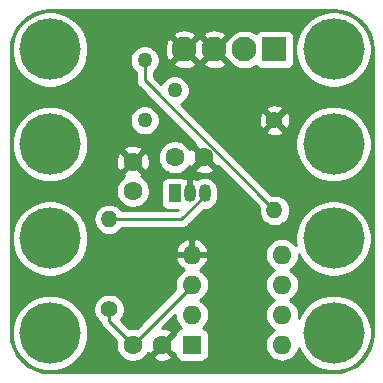
<source format=gbl>
G04 #@! TF.GenerationSoftware,KiCad,Pcbnew,(5.1.4)-1*
G04 #@! TF.CreationDate,2019-11-21T21:08:13-06:00*
G04 #@! TF.ProjectId,SensorBoard,53656e73-6f72-4426-9f61-72642e6b6963,rev?*
G04 #@! TF.SameCoordinates,Original*
G04 #@! TF.FileFunction,Copper,L2,Bot*
G04 #@! TF.FilePolarity,Positive*
%FSLAX46Y46*%
G04 Gerber Fmt 4.6, Leading zero omitted, Abs format (unit mm)*
G04 Created by KiCad (PCBNEW (5.1.4)-1) date 2019-11-21 21:08:13*
%MOMM*%
%LPD*%
G04 APERTURE LIST*
%ADD10R,1.050000X1.500000*%
%ADD11O,1.050000X1.500000*%
%ADD12C,1.600000*%
%ADD13C,5.200000*%
%ADD14O,1.600000X1.600000*%
%ADD15R,1.600000X1.600000*%
%ADD16C,1.260000*%
%ADD17O,1.400000X1.400000*%
%ADD18C,1.400000*%
%ADD19C,2.100000*%
%ADD20R,2.100000X2.100000*%
%ADD21C,0.250000*%
%ADD22C,0.254000*%
G04 APERTURE END LIST*
D10*
X2540000Y-12192000D03*
D11*
X5080000Y-12192000D03*
X3810000Y-12192000D03*
D12*
X5040000Y-9144000D03*
X2540000Y-9144000D03*
D13*
X16000000Y-8000000D03*
X16000000Y-16000000D03*
X16000000Y-24000000D03*
X16000000Y0D03*
X-8000000Y-16000000D03*
X-8000000Y-8000000D03*
X-8000000Y0D03*
X-8000000Y-24000000D03*
D14*
X11620000Y-25000000D03*
X4000000Y-17380000D03*
X11620000Y-22460000D03*
X4000000Y-19920000D03*
X11620000Y-19920000D03*
X4000000Y-22460000D03*
X11620000Y-17380000D03*
D15*
X4000000Y-25000000D03*
D16*
X0Y-6000000D03*
X2540000Y-3460000D03*
X0Y-920000D03*
D17*
X11000000Y-13620000D03*
D18*
X11000000Y-6000000D03*
D17*
X-3000000Y-14380000D03*
D18*
X-3000000Y-22000000D03*
D19*
X3380000Y0D03*
X5920000Y0D03*
X8460000Y0D03*
D20*
X11000000Y0D03*
D12*
X1500000Y-25000000D03*
X-1000000Y-25000000D03*
X-1000000Y-9500000D03*
X-1000000Y-12000000D03*
D21*
X-3000000Y-23000000D02*
X-1000000Y-25000000D01*
X-3000000Y-22000000D02*
X-3000000Y-23000000D01*
X4000000Y-20000000D02*
X4000000Y-19920000D01*
X-1000000Y-25000000D02*
X4000000Y-20000000D01*
X5080000Y-12417000D02*
X5080000Y-12192000D01*
X3117000Y-14380000D02*
X5080000Y-12417000D01*
X-3000000Y-14380000D02*
X3117000Y-14380000D01*
X0Y-2620000D02*
X0Y-920000D01*
X11000000Y-13620000D02*
X0Y-2620000D01*
D22*
G36*
X16648126Y3273286D02*
G01*
X17271572Y3085057D01*
X17846579Y2779319D01*
X18351247Y2367721D01*
X18766362Y1865933D01*
X19076105Y1293076D01*
X19268682Y670961D01*
X19340000Y-7584D01*
X19340001Y-23967711D01*
X19273286Y-24648126D01*
X19085057Y-25271570D01*
X18779323Y-25846573D01*
X18367721Y-26351248D01*
X17865933Y-26766362D01*
X17293077Y-27076104D01*
X16670961Y-27268682D01*
X15992417Y-27340000D01*
X-7967721Y-27340000D01*
X-8648126Y-27273286D01*
X-9271570Y-27085057D01*
X-9846573Y-26779323D01*
X-10351248Y-26367721D01*
X-10766362Y-25865933D01*
X-11076104Y-25293077D01*
X-11268682Y-24670961D01*
X-11340000Y-23992417D01*
X-11340000Y-23681380D01*
X-11235000Y-23681380D01*
X-11235000Y-24318620D01*
X-11110681Y-24943615D01*
X-10866820Y-25532347D01*
X-10512789Y-26062192D01*
X-10062192Y-26512789D01*
X-9532347Y-26866820D01*
X-8943615Y-27110681D01*
X-8318620Y-27235000D01*
X-7681380Y-27235000D01*
X-7056385Y-27110681D01*
X-6467653Y-26866820D01*
X-5937808Y-26512789D01*
X-5487211Y-26062192D01*
X-5133180Y-25532347D01*
X-4889319Y-24943615D01*
X-4765000Y-24318620D01*
X-4765000Y-23681380D01*
X-4889319Y-23056385D01*
X-5133180Y-22467653D01*
X-5487211Y-21937808D01*
X-5556505Y-21868514D01*
X-4335000Y-21868514D01*
X-4335000Y-22131486D01*
X-4283696Y-22389405D01*
X-4183061Y-22632359D01*
X-4036962Y-22851013D01*
X-3851013Y-23036962D01*
X-3753626Y-23102033D01*
X-3749002Y-23148985D01*
X-3705546Y-23292246D01*
X-3634974Y-23424276D01*
X-3579836Y-23491461D01*
X-3540000Y-23540001D01*
X-3511002Y-23563799D01*
X-2398688Y-24676114D01*
X-2435000Y-24858665D01*
X-2435000Y-25141335D01*
X-2379853Y-25418574D01*
X-2271680Y-25679727D01*
X-2114637Y-25914759D01*
X-1914759Y-26114637D01*
X-1679727Y-26271680D01*
X-1418574Y-26379853D01*
X-1141335Y-26435000D01*
X-858665Y-26435000D01*
X-581426Y-26379853D01*
X-320273Y-26271680D01*
X-85241Y-26114637D01*
X36694Y-25992702D01*
X686903Y-25992702D01*
X758486Y-26236671D01*
X1013996Y-26357571D01*
X1288184Y-26426300D01*
X1570512Y-26440217D01*
X1850130Y-26398787D01*
X2116292Y-26303603D01*
X2241514Y-26236671D01*
X2313097Y-25992702D01*
X1500000Y-25179605D01*
X686903Y-25992702D01*
X36694Y-25992702D01*
X114637Y-25914759D01*
X248692Y-25714131D01*
X263329Y-25741514D01*
X507298Y-25813097D01*
X1320395Y-25000000D01*
X1306253Y-24985858D01*
X1485858Y-24806253D01*
X1500000Y-24820395D01*
X2313097Y-24007298D01*
X2241514Y-23763329D01*
X1986004Y-23642429D01*
X1711816Y-23573700D01*
X1511000Y-23563801D01*
X2563145Y-22511657D01*
X2585764Y-22741309D01*
X2667818Y-23011808D01*
X2801068Y-23261101D01*
X2980392Y-23479608D01*
X3093482Y-23572419D01*
X3075518Y-23574188D01*
X2955820Y-23610498D01*
X2845506Y-23669463D01*
X2748815Y-23748815D01*
X2669463Y-23845506D01*
X2610498Y-23955820D01*
X2574188Y-24075518D01*
X2561928Y-24200000D01*
X2561928Y-24207215D01*
X2492702Y-24186903D01*
X1679605Y-25000000D01*
X2492702Y-25813097D01*
X2561928Y-25792785D01*
X2561928Y-25800000D01*
X2574188Y-25924482D01*
X2610498Y-26044180D01*
X2669463Y-26154494D01*
X2748815Y-26251185D01*
X2845506Y-26330537D01*
X2955820Y-26389502D01*
X3075518Y-26425812D01*
X3200000Y-26438072D01*
X4800000Y-26438072D01*
X4924482Y-26425812D01*
X5044180Y-26389502D01*
X5154494Y-26330537D01*
X5251185Y-26251185D01*
X5330537Y-26154494D01*
X5389502Y-26044180D01*
X5425812Y-25924482D01*
X5438072Y-25800000D01*
X5438072Y-24200000D01*
X5425812Y-24075518D01*
X5389502Y-23955820D01*
X5330537Y-23845506D01*
X5251185Y-23748815D01*
X5154494Y-23669463D01*
X5044180Y-23610498D01*
X4924482Y-23574188D01*
X4906518Y-23572419D01*
X5019608Y-23479608D01*
X5198932Y-23261101D01*
X5332182Y-23011808D01*
X5414236Y-22741309D01*
X5441943Y-22460000D01*
X5414236Y-22178691D01*
X5332182Y-21908192D01*
X5198932Y-21658899D01*
X5019608Y-21440392D01*
X4801101Y-21261068D01*
X4668142Y-21190000D01*
X4801101Y-21118932D01*
X5019608Y-20939608D01*
X5198932Y-20721101D01*
X5332182Y-20471808D01*
X5414236Y-20201309D01*
X5441943Y-19920000D01*
X5414236Y-19638691D01*
X5332182Y-19368192D01*
X5198932Y-19118899D01*
X5019608Y-18900392D01*
X4801101Y-18721068D01*
X4663318Y-18647421D01*
X4855131Y-18532385D01*
X5063519Y-18343414D01*
X5231037Y-18117420D01*
X5351246Y-17863087D01*
X5391904Y-17729039D01*
X5269915Y-17507000D01*
X4127000Y-17507000D01*
X4127000Y-17527000D01*
X3873000Y-17527000D01*
X3873000Y-17507000D01*
X2730085Y-17507000D01*
X2608096Y-17729039D01*
X2648754Y-17863087D01*
X2768963Y-18117420D01*
X2936481Y-18343414D01*
X3144869Y-18532385D01*
X3336682Y-18647421D01*
X3198899Y-18721068D01*
X2980392Y-18900392D01*
X2801068Y-19118899D01*
X2667818Y-19368192D01*
X2585764Y-19638691D01*
X2558057Y-19920000D01*
X2585764Y-20201309D01*
X2617912Y-20307287D01*
X-676113Y-23601312D01*
X-858665Y-23565000D01*
X-1141335Y-23565000D01*
X-1323886Y-23601312D01*
X-2018612Y-22906587D01*
X-1963038Y-22851013D01*
X-1816939Y-22632359D01*
X-1716304Y-22389405D01*
X-1665000Y-22131486D01*
X-1665000Y-21868514D01*
X-1716304Y-21610595D01*
X-1816939Y-21367641D01*
X-1963038Y-21148987D01*
X-2148987Y-20963038D01*
X-2367641Y-20816939D01*
X-2610595Y-20716304D01*
X-2868514Y-20665000D01*
X-3131486Y-20665000D01*
X-3389405Y-20716304D01*
X-3632359Y-20816939D01*
X-3851013Y-20963038D01*
X-4036962Y-21148987D01*
X-4183061Y-21367641D01*
X-4283696Y-21610595D01*
X-4335000Y-21868514D01*
X-5556505Y-21868514D01*
X-5937808Y-21487211D01*
X-6467653Y-21133180D01*
X-7056385Y-20889319D01*
X-7681380Y-20765000D01*
X-8318620Y-20765000D01*
X-8943615Y-20889319D01*
X-9532347Y-21133180D01*
X-10062192Y-21487211D01*
X-10512789Y-21937808D01*
X-10866820Y-22467653D01*
X-11110681Y-23056385D01*
X-11235000Y-23681380D01*
X-11340000Y-23681380D01*
X-11340000Y-15681380D01*
X-11235000Y-15681380D01*
X-11235000Y-16318620D01*
X-11110681Y-16943615D01*
X-10866820Y-17532347D01*
X-10512789Y-18062192D01*
X-10062192Y-18512789D01*
X-9532347Y-18866820D01*
X-8943615Y-19110681D01*
X-8318620Y-19235000D01*
X-7681380Y-19235000D01*
X-7056385Y-19110681D01*
X-6467653Y-18866820D01*
X-5937808Y-18512789D01*
X-5487211Y-18062192D01*
X-5133180Y-17532347D01*
X-5070076Y-17380000D01*
X10178057Y-17380000D01*
X10205764Y-17661309D01*
X10287818Y-17931808D01*
X10421068Y-18181101D01*
X10600392Y-18399608D01*
X10818899Y-18578932D01*
X10951858Y-18650000D01*
X10818899Y-18721068D01*
X10600392Y-18900392D01*
X10421068Y-19118899D01*
X10287818Y-19368192D01*
X10205764Y-19638691D01*
X10178057Y-19920000D01*
X10205764Y-20201309D01*
X10287818Y-20471808D01*
X10421068Y-20721101D01*
X10600392Y-20939608D01*
X10818899Y-21118932D01*
X10951858Y-21190000D01*
X10818899Y-21261068D01*
X10600392Y-21440392D01*
X10421068Y-21658899D01*
X10287818Y-21908192D01*
X10205764Y-22178691D01*
X10178057Y-22460000D01*
X10205764Y-22741309D01*
X10287818Y-23011808D01*
X10421068Y-23261101D01*
X10600392Y-23479608D01*
X10818899Y-23658932D01*
X10951858Y-23730000D01*
X10818899Y-23801068D01*
X10600392Y-23980392D01*
X10421068Y-24198899D01*
X10287818Y-24448192D01*
X10205764Y-24718691D01*
X10178057Y-25000000D01*
X10205764Y-25281309D01*
X10287818Y-25551808D01*
X10421068Y-25801101D01*
X10600392Y-26019608D01*
X10818899Y-26198932D01*
X11068192Y-26332182D01*
X11338691Y-26414236D01*
X11549508Y-26435000D01*
X11690492Y-26435000D01*
X11901309Y-26414236D01*
X12171808Y-26332182D01*
X12421101Y-26198932D01*
X12639608Y-26019608D01*
X12818932Y-25801101D01*
X12952182Y-25551808D01*
X13032106Y-25288332D01*
X13133180Y-25532347D01*
X13487211Y-26062192D01*
X13937808Y-26512789D01*
X14467653Y-26866820D01*
X15056385Y-27110681D01*
X15681380Y-27235000D01*
X16318620Y-27235000D01*
X16943615Y-27110681D01*
X17532347Y-26866820D01*
X18062192Y-26512789D01*
X18512789Y-26062192D01*
X18866820Y-25532347D01*
X19110681Y-24943615D01*
X19235000Y-24318620D01*
X19235000Y-23681380D01*
X19110681Y-23056385D01*
X18866820Y-22467653D01*
X18512789Y-21937808D01*
X18062192Y-21487211D01*
X17532347Y-21133180D01*
X16943615Y-20889319D01*
X16318620Y-20765000D01*
X15681380Y-20765000D01*
X15056385Y-20889319D01*
X14467653Y-21133180D01*
X13937808Y-21487211D01*
X13487211Y-21937808D01*
X13133180Y-22467653D01*
X13038731Y-22695673D01*
X13061943Y-22460000D01*
X13034236Y-22178691D01*
X12952182Y-21908192D01*
X12818932Y-21658899D01*
X12639608Y-21440392D01*
X12421101Y-21261068D01*
X12288142Y-21190000D01*
X12421101Y-21118932D01*
X12639608Y-20939608D01*
X12818932Y-20721101D01*
X12952182Y-20471808D01*
X13034236Y-20201309D01*
X13061943Y-19920000D01*
X13034236Y-19638691D01*
X12952182Y-19368192D01*
X12818932Y-19118899D01*
X12639608Y-18900392D01*
X12421101Y-18721068D01*
X12288142Y-18650000D01*
X12421101Y-18578932D01*
X12639608Y-18399608D01*
X12818932Y-18181101D01*
X12952182Y-17931808D01*
X13034236Y-17661309D01*
X13061943Y-17380000D01*
X13059406Y-17354241D01*
X13133180Y-17532347D01*
X13487211Y-18062192D01*
X13937808Y-18512789D01*
X14467653Y-18866820D01*
X15056385Y-19110681D01*
X15681380Y-19235000D01*
X16318620Y-19235000D01*
X16943615Y-19110681D01*
X17532347Y-18866820D01*
X18062192Y-18512789D01*
X18512789Y-18062192D01*
X18866820Y-17532347D01*
X19110681Y-16943615D01*
X19235000Y-16318620D01*
X19235000Y-15681380D01*
X19110681Y-15056385D01*
X18866820Y-14467653D01*
X18512789Y-13937808D01*
X18062192Y-13487211D01*
X17532347Y-13133180D01*
X16943615Y-12889319D01*
X16318620Y-12765000D01*
X15681380Y-12765000D01*
X15056385Y-12889319D01*
X14467653Y-13133180D01*
X13937808Y-13487211D01*
X13487211Y-13937808D01*
X13133180Y-14467653D01*
X12889319Y-15056385D01*
X12765000Y-15681380D01*
X12765000Y-16318620D01*
X12816082Y-16575426D01*
X12639608Y-16360392D01*
X12421101Y-16181068D01*
X12171808Y-16047818D01*
X11901309Y-15965764D01*
X11690492Y-15945000D01*
X11549508Y-15945000D01*
X11338691Y-15965764D01*
X11068192Y-16047818D01*
X10818899Y-16181068D01*
X10600392Y-16360392D01*
X10421068Y-16578899D01*
X10287818Y-16828192D01*
X10205764Y-17098691D01*
X10178057Y-17380000D01*
X-5070076Y-17380000D01*
X-4925499Y-17030961D01*
X2608096Y-17030961D01*
X2730085Y-17253000D01*
X3873000Y-17253000D01*
X3873000Y-16109376D01*
X4127000Y-16109376D01*
X4127000Y-17253000D01*
X5269915Y-17253000D01*
X5391904Y-17030961D01*
X5351246Y-16896913D01*
X5231037Y-16642580D01*
X5063519Y-16416586D01*
X4855131Y-16227615D01*
X4613881Y-16082930D01*
X4349040Y-15988091D01*
X4127000Y-16109376D01*
X3873000Y-16109376D01*
X3650960Y-15988091D01*
X3386119Y-16082930D01*
X3144869Y-16227615D01*
X2936481Y-16416586D01*
X2768963Y-16642580D01*
X2648754Y-16896913D01*
X2608096Y-17030961D01*
X-4925499Y-17030961D01*
X-4889319Y-16943615D01*
X-4765000Y-16318620D01*
X-4765000Y-15681380D01*
X-4889319Y-15056385D01*
X-5133180Y-14467653D01*
X-5191747Y-14380000D01*
X-4341459Y-14380000D01*
X-4315683Y-14641706D01*
X-4239347Y-14893354D01*
X-4115382Y-15125275D01*
X-3948555Y-15328555D01*
X-3745275Y-15495382D01*
X-3513354Y-15619347D01*
X-3261706Y-15695683D01*
X-3065579Y-15715000D01*
X-2934421Y-15715000D01*
X-2738294Y-15695683D01*
X-2486646Y-15619347D01*
X-2254725Y-15495382D01*
X-2051445Y-15328555D01*
X-1896702Y-15140000D01*
X3079678Y-15140000D01*
X3117000Y-15143676D01*
X3154322Y-15140000D01*
X3154333Y-15140000D01*
X3265986Y-15129003D01*
X3409247Y-15085546D01*
X3541276Y-15014974D01*
X3657001Y-14920001D01*
X3680804Y-14890997D01*
X4997332Y-13574470D01*
X5080000Y-13582612D01*
X5307400Y-13560215D01*
X5526060Y-13493885D01*
X5727579Y-13386171D01*
X5904212Y-13241212D01*
X6049171Y-13064579D01*
X6156885Y-12863059D01*
X6223215Y-12644399D01*
X6240000Y-12473978D01*
X6240000Y-11910021D01*
X6223215Y-11739600D01*
X6156885Y-11520940D01*
X6049171Y-11319421D01*
X5904212Y-11142788D01*
X5727578Y-10997829D01*
X5526059Y-10890115D01*
X5307399Y-10823785D01*
X5080000Y-10801388D01*
X4852600Y-10823785D01*
X4633940Y-10890115D01*
X4445331Y-10990929D01*
X4386882Y-10949725D01*
X4177337Y-10856728D01*
X4115810Y-10848036D01*
X3937000Y-10973837D01*
X3937000Y-11738892D01*
X3936785Y-11739601D01*
X3920000Y-11910022D01*
X3920000Y-12339000D01*
X3703072Y-12339000D01*
X3703072Y-11442000D01*
X3690812Y-11317518D01*
X3683000Y-11291765D01*
X3683000Y-10973837D01*
X3504190Y-10848036D01*
X3442663Y-10856728D01*
X3374057Y-10887176D01*
X3309180Y-10852498D01*
X3189482Y-10816188D01*
X3065000Y-10803928D01*
X2015000Y-10803928D01*
X1890518Y-10816188D01*
X1770820Y-10852498D01*
X1660506Y-10911463D01*
X1563815Y-10990815D01*
X1484463Y-11087506D01*
X1425498Y-11197820D01*
X1389188Y-11317518D01*
X1376928Y-11442000D01*
X1376928Y-12942000D01*
X1389188Y-13066482D01*
X1425498Y-13186180D01*
X1484463Y-13296494D01*
X1563815Y-13393185D01*
X1660506Y-13472537D01*
X1770820Y-13531502D01*
X1890518Y-13567812D01*
X2015000Y-13580072D01*
X2842127Y-13580072D01*
X2802199Y-13620000D01*
X-1896702Y-13620000D01*
X-2051445Y-13431445D01*
X-2254725Y-13264618D01*
X-2486646Y-13140653D01*
X-2738294Y-13064317D01*
X-2934421Y-13045000D01*
X-3065579Y-13045000D01*
X-3261706Y-13064317D01*
X-3513354Y-13140653D01*
X-3745275Y-13264618D01*
X-3948555Y-13431445D01*
X-4115382Y-13634725D01*
X-4239347Y-13866646D01*
X-4315683Y-14118294D01*
X-4341459Y-14380000D01*
X-5191747Y-14380000D01*
X-5487211Y-13937808D01*
X-5937808Y-13487211D01*
X-6467653Y-13133180D01*
X-7056385Y-12889319D01*
X-7681380Y-12765000D01*
X-8318620Y-12765000D01*
X-8943615Y-12889319D01*
X-9532347Y-13133180D01*
X-10062192Y-13487211D01*
X-10512789Y-13937808D01*
X-10866820Y-14467653D01*
X-11110681Y-15056385D01*
X-11235000Y-15681380D01*
X-11340000Y-15681380D01*
X-11340000Y-11858665D01*
X-2435000Y-11858665D01*
X-2435000Y-12141335D01*
X-2379853Y-12418574D01*
X-2271680Y-12679727D01*
X-2114637Y-12914759D01*
X-1914759Y-13114637D01*
X-1679727Y-13271680D01*
X-1418574Y-13379853D01*
X-1141335Y-13435000D01*
X-858665Y-13435000D01*
X-581426Y-13379853D01*
X-320273Y-13271680D01*
X-85241Y-13114637D01*
X114637Y-12914759D01*
X271680Y-12679727D01*
X379853Y-12418574D01*
X435000Y-12141335D01*
X435000Y-11858665D01*
X379853Y-11581426D01*
X271680Y-11320273D01*
X114637Y-11085241D01*
X-85241Y-10885363D01*
X-285869Y-10751308D01*
X-258486Y-10736671D01*
X-186903Y-10492702D01*
X-1000000Y-9679605D01*
X-1813097Y-10492702D01*
X-1741514Y-10736671D01*
X-1712659Y-10750324D01*
X-1914759Y-10885363D01*
X-2114637Y-11085241D01*
X-2271680Y-11320273D01*
X-2379853Y-11581426D01*
X-2435000Y-11858665D01*
X-11340000Y-11858665D01*
X-11340000Y-7681380D01*
X-11235000Y-7681380D01*
X-11235000Y-8318620D01*
X-11110681Y-8943615D01*
X-10866820Y-9532347D01*
X-10512789Y-10062192D01*
X-10062192Y-10512789D01*
X-9532347Y-10866820D01*
X-8943615Y-11110681D01*
X-8318620Y-11235000D01*
X-7681380Y-11235000D01*
X-7056385Y-11110681D01*
X-6467653Y-10866820D01*
X-5937808Y-10512789D01*
X-5487211Y-10062192D01*
X-5158682Y-9570512D01*
X-2440217Y-9570512D01*
X-2398787Y-9850130D01*
X-2303603Y-10116292D01*
X-2236671Y-10241514D01*
X-1992702Y-10313097D01*
X-1179605Y-9500000D01*
X-820395Y-9500000D01*
X-7298Y-10313097D01*
X236671Y-10241514D01*
X357571Y-9986004D01*
X426300Y-9711816D01*
X440217Y-9429488D01*
X398787Y-9149870D01*
X346145Y-9002665D01*
X1105000Y-9002665D01*
X1105000Y-9285335D01*
X1160147Y-9562574D01*
X1268320Y-9823727D01*
X1425363Y-10058759D01*
X1625241Y-10258637D01*
X1860273Y-10415680D01*
X2121426Y-10523853D01*
X2398665Y-10579000D01*
X2681335Y-10579000D01*
X2958574Y-10523853D01*
X3219727Y-10415680D01*
X3454759Y-10258637D01*
X3576694Y-10136702D01*
X4226903Y-10136702D01*
X4298486Y-10380671D01*
X4553996Y-10501571D01*
X4828184Y-10570300D01*
X5110512Y-10584217D01*
X5390130Y-10542787D01*
X5656292Y-10447603D01*
X5781514Y-10380671D01*
X5853097Y-10136702D01*
X5040000Y-9323605D01*
X4226903Y-10136702D01*
X3576694Y-10136702D01*
X3654637Y-10058759D01*
X3788692Y-9858131D01*
X3803329Y-9885514D01*
X4047298Y-9957097D01*
X4860395Y-9144000D01*
X4047298Y-8330903D01*
X3803329Y-8402486D01*
X3789676Y-8431341D01*
X3654637Y-8229241D01*
X3454759Y-8029363D01*
X3219727Y-7872320D01*
X2958574Y-7764147D01*
X2681335Y-7709000D01*
X2398665Y-7709000D01*
X2121426Y-7764147D01*
X1860273Y-7872320D01*
X1625241Y-8029363D01*
X1425363Y-8229241D01*
X1268320Y-8464273D01*
X1160147Y-8725426D01*
X1105000Y-9002665D01*
X346145Y-9002665D01*
X303603Y-8883708D01*
X236671Y-8758486D01*
X-7298Y-8686903D01*
X-820395Y-9500000D01*
X-1179605Y-9500000D01*
X-1992702Y-8686903D01*
X-2236671Y-8758486D01*
X-2357571Y-9013996D01*
X-2426300Y-9288184D01*
X-2440217Y-9570512D01*
X-5158682Y-9570512D01*
X-5133180Y-9532347D01*
X-4889319Y-8943615D01*
X-4802531Y-8507298D01*
X-1813097Y-8507298D01*
X-1000000Y-9320395D01*
X-186903Y-8507298D01*
X-258486Y-8263329D01*
X-513996Y-8142429D01*
X-788184Y-8073700D01*
X-1070512Y-8059783D01*
X-1350130Y-8101213D01*
X-1616292Y-8196397D01*
X-1741514Y-8263329D01*
X-1813097Y-8507298D01*
X-4802531Y-8507298D01*
X-4765000Y-8318620D01*
X-4765000Y-7681380D01*
X-4889319Y-7056385D01*
X-5133180Y-6467653D01*
X-5487211Y-5937808D01*
X-5549611Y-5875408D01*
X-1265000Y-5875408D01*
X-1265000Y-6124592D01*
X-1216387Y-6368987D01*
X-1121029Y-6599202D01*
X-982590Y-6806391D01*
X-806391Y-6982590D01*
X-599202Y-7121029D01*
X-368987Y-7216387D01*
X-124592Y-7265000D01*
X124592Y-7265000D01*
X368987Y-7216387D01*
X599202Y-7121029D01*
X806391Y-6982590D01*
X982590Y-6806391D01*
X1121029Y-6599202D01*
X1216387Y-6368987D01*
X1265000Y-6124592D01*
X1265000Y-5875408D01*
X1216387Y-5631013D01*
X1121029Y-5400798D01*
X982590Y-5193609D01*
X806391Y-5017410D01*
X599202Y-4878971D01*
X368987Y-4783613D01*
X124592Y-4735000D01*
X-124592Y-4735000D01*
X-368987Y-4783613D01*
X-599202Y-4878971D01*
X-806391Y-5017410D01*
X-982590Y-5193609D01*
X-1121029Y-5400798D01*
X-1216387Y-5631013D01*
X-1265000Y-5875408D01*
X-5549611Y-5875408D01*
X-5937808Y-5487211D01*
X-6467653Y-5133180D01*
X-7056385Y-4889319D01*
X-7681380Y-4765000D01*
X-8318620Y-4765000D01*
X-8943615Y-4889319D01*
X-9532347Y-5133180D01*
X-10062192Y-5487211D01*
X-10512789Y-5937808D01*
X-10866820Y-6467653D01*
X-11110681Y-7056385D01*
X-11235000Y-7681380D01*
X-11340000Y-7681380D01*
X-11340000Y-32278D01*
X-11305595Y318620D01*
X-11235000Y318620D01*
X-11235000Y-318620D01*
X-11110681Y-943615D01*
X-10866820Y-1532347D01*
X-10512789Y-2062192D01*
X-10062192Y-2512789D01*
X-9532347Y-2866820D01*
X-8943615Y-3110681D01*
X-8318620Y-3235000D01*
X-7681380Y-3235000D01*
X-7056385Y-3110681D01*
X-6467653Y-2866820D01*
X-5937808Y-2512789D01*
X-5487211Y-2062192D01*
X-5133180Y-1532347D01*
X-4889319Y-943615D01*
X-4859839Y-795408D01*
X-1265000Y-795408D01*
X-1265000Y-1044592D01*
X-1216387Y-1288987D01*
X-1121029Y-1519202D01*
X-982590Y-1726391D01*
X-806391Y-1902590D01*
X-760000Y-1933588D01*
X-760000Y-2582677D01*
X-763676Y-2620000D01*
X-760000Y-2657322D01*
X-760000Y-2657332D01*
X-749003Y-2768985D01*
X-705546Y-2912246D01*
X-634974Y-3044276D01*
X-596617Y-3091013D01*
X-540001Y-3160001D01*
X-510997Y-3183804D01*
X4278986Y-7973788D01*
X4226903Y-8151298D01*
X5040000Y-8964395D01*
X5054143Y-8950253D01*
X5233748Y-9129858D01*
X5219605Y-9144000D01*
X6032702Y-9957097D01*
X6210212Y-9905014D01*
X9682450Y-13377252D01*
X9658541Y-13620000D01*
X9684317Y-13881706D01*
X9760653Y-14133354D01*
X9884618Y-14365275D01*
X10051445Y-14568555D01*
X10254725Y-14735382D01*
X10486646Y-14859347D01*
X10738294Y-14935683D01*
X10934421Y-14955000D01*
X11065579Y-14955000D01*
X11261706Y-14935683D01*
X11513354Y-14859347D01*
X11745275Y-14735382D01*
X11948555Y-14568555D01*
X12115382Y-14365275D01*
X12239347Y-14133354D01*
X12315683Y-13881706D01*
X12341459Y-13620000D01*
X12315683Y-13358294D01*
X12239347Y-13106646D01*
X12115382Y-12874725D01*
X11948555Y-12671445D01*
X11745275Y-12504618D01*
X11513354Y-12380653D01*
X11261706Y-12304317D01*
X11065579Y-12285000D01*
X10934421Y-12285000D01*
X10757252Y-12302450D01*
X6136182Y-7681380D01*
X12765000Y-7681380D01*
X12765000Y-8318620D01*
X12889319Y-8943615D01*
X13133180Y-9532347D01*
X13487211Y-10062192D01*
X13937808Y-10512789D01*
X14467653Y-10866820D01*
X15056385Y-11110681D01*
X15681380Y-11235000D01*
X16318620Y-11235000D01*
X16943615Y-11110681D01*
X17532347Y-10866820D01*
X18062192Y-10512789D01*
X18512789Y-10062192D01*
X18866820Y-9532347D01*
X19110681Y-8943615D01*
X19235000Y-8318620D01*
X19235000Y-7681380D01*
X19110681Y-7056385D01*
X18866820Y-6467653D01*
X18512789Y-5937808D01*
X18062192Y-5487211D01*
X17532347Y-5133180D01*
X16943615Y-4889319D01*
X16318620Y-4765000D01*
X15681380Y-4765000D01*
X15056385Y-4889319D01*
X14467653Y-5133180D01*
X13937808Y-5487211D01*
X13487211Y-5937808D01*
X13133180Y-6467653D01*
X12889319Y-7056385D01*
X12765000Y-7681380D01*
X6136182Y-7681380D01*
X5376071Y-6921269D01*
X10258336Y-6921269D01*
X10317797Y-7155037D01*
X10556242Y-7265934D01*
X10811740Y-7328183D01*
X11074473Y-7339390D01*
X11334344Y-7299125D01*
X11581366Y-7208935D01*
X11682203Y-7155037D01*
X11741664Y-6921269D01*
X11000000Y-6179605D01*
X10258336Y-6921269D01*
X5376071Y-6921269D01*
X4529275Y-6074473D01*
X9660610Y-6074473D01*
X9700875Y-6334344D01*
X9791065Y-6581366D01*
X9844963Y-6682203D01*
X10078731Y-6741664D01*
X10820395Y-6000000D01*
X11179605Y-6000000D01*
X11921269Y-6741664D01*
X12155037Y-6682203D01*
X12265934Y-6443758D01*
X12328183Y-6188260D01*
X12339390Y-5925527D01*
X12299125Y-5665656D01*
X12208935Y-5418634D01*
X12155037Y-5317797D01*
X11921269Y-5258336D01*
X11179605Y-6000000D01*
X10820395Y-6000000D01*
X10078731Y-5258336D01*
X9844963Y-5317797D01*
X9734066Y-5556242D01*
X9671817Y-5811740D01*
X9660610Y-6074473D01*
X4529275Y-6074473D01*
X3533533Y-5078731D01*
X10258336Y-5078731D01*
X11000000Y-5820395D01*
X11741664Y-5078731D01*
X11682203Y-4844963D01*
X11443758Y-4734066D01*
X11188260Y-4671817D01*
X10925527Y-4660610D01*
X10665656Y-4700875D01*
X10418634Y-4791065D01*
X10317797Y-4844963D01*
X10258336Y-5078731D01*
X3533533Y-5078731D01*
X3066107Y-4611306D01*
X3139202Y-4581029D01*
X3346391Y-4442590D01*
X3522590Y-4266391D01*
X3661029Y-4059202D01*
X3756387Y-3828987D01*
X3805000Y-3584592D01*
X3805000Y-3335408D01*
X3756387Y-3091013D01*
X3661029Y-2860798D01*
X3522590Y-2653609D01*
X3346391Y-2477410D01*
X3139202Y-2338971D01*
X2908987Y-2243613D01*
X2664592Y-2195000D01*
X2415408Y-2195000D01*
X2171013Y-2243613D01*
X1940798Y-2338971D01*
X1733609Y-2477410D01*
X1557410Y-2653609D01*
X1418971Y-2860798D01*
X1388694Y-2933893D01*
X760000Y-2305199D01*
X760000Y-1933587D01*
X806391Y-1902590D01*
X982590Y-1726391D01*
X1121029Y-1519202D01*
X1216387Y-1288987D01*
X1239842Y-1171066D01*
X2388539Y-1171066D01*
X2490339Y-1440579D01*
X2788477Y-1586463D01*
X3109346Y-1671380D01*
X3440617Y-1692066D01*
X3769557Y-1647728D01*
X4083527Y-1540069D01*
X4269661Y-1440579D01*
X4371461Y-1171066D01*
X4928539Y-1171066D01*
X5030339Y-1440579D01*
X5328477Y-1586463D01*
X5649346Y-1671380D01*
X5980617Y-1692066D01*
X6309557Y-1647728D01*
X6623527Y-1540069D01*
X6809661Y-1440579D01*
X6911461Y-1171066D01*
X5920000Y-179605D01*
X4928539Y-1171066D01*
X4371461Y-1171066D01*
X3380000Y-179605D01*
X2388539Y-1171066D01*
X1239842Y-1171066D01*
X1265000Y-1044592D01*
X1265000Y-795408D01*
X1216387Y-551013D01*
X1121029Y-320798D01*
X982590Y-113609D01*
X929598Y-60617D01*
X1687934Y-60617D01*
X1732272Y-389557D01*
X1839931Y-703527D01*
X1939421Y-889661D01*
X2208934Y-991461D01*
X3200395Y0D01*
X3559605Y0D01*
X4551066Y-991461D01*
X4650000Y-954092D01*
X4748934Y-991461D01*
X5740395Y0D01*
X6099605Y0D01*
X7091066Y-991461D01*
X7094958Y-989991D01*
X7151175Y-1074125D01*
X7385875Y-1308825D01*
X7661853Y-1493228D01*
X7968504Y-1620246D01*
X8294042Y-1685000D01*
X8625958Y-1685000D01*
X8951496Y-1620246D01*
X9258147Y-1493228D01*
X9411958Y-1390454D01*
X9419463Y-1404494D01*
X9498815Y-1501185D01*
X9595506Y-1580537D01*
X9705820Y-1639502D01*
X9825518Y-1675812D01*
X9950000Y-1688072D01*
X12050000Y-1688072D01*
X12174482Y-1675812D01*
X12294180Y-1639502D01*
X12404494Y-1580537D01*
X12501185Y-1501185D01*
X12580537Y-1404494D01*
X12639502Y-1294180D01*
X12675812Y-1174482D01*
X12688072Y-1050000D01*
X12688072Y318620D01*
X12765000Y318620D01*
X12765000Y-318620D01*
X12889319Y-943615D01*
X13133180Y-1532347D01*
X13487211Y-2062192D01*
X13937808Y-2512789D01*
X14467653Y-2866820D01*
X15056385Y-3110681D01*
X15681380Y-3235000D01*
X16318620Y-3235000D01*
X16943615Y-3110681D01*
X17532347Y-2866820D01*
X18062192Y-2512789D01*
X18512789Y-2062192D01*
X18866820Y-1532347D01*
X19110681Y-943615D01*
X19235000Y-318620D01*
X19235000Y318620D01*
X19110681Y943615D01*
X18866820Y1532347D01*
X18512789Y2062192D01*
X18062192Y2512789D01*
X17532347Y2866820D01*
X16943615Y3110681D01*
X16318620Y3235000D01*
X15681380Y3235000D01*
X15056385Y3110681D01*
X14467653Y2866820D01*
X13937808Y2512789D01*
X13487211Y2062192D01*
X13133180Y1532347D01*
X12889319Y943615D01*
X12765000Y318620D01*
X12688072Y318620D01*
X12688072Y1050000D01*
X12675812Y1174482D01*
X12639502Y1294180D01*
X12580537Y1404494D01*
X12501185Y1501185D01*
X12404494Y1580537D01*
X12294180Y1639502D01*
X12174482Y1675812D01*
X12050000Y1688072D01*
X9950000Y1688072D01*
X9825518Y1675812D01*
X9705820Y1639502D01*
X9595506Y1580537D01*
X9498815Y1501185D01*
X9419463Y1404494D01*
X9411958Y1390454D01*
X9258147Y1493228D01*
X8951496Y1620246D01*
X8625958Y1685000D01*
X8294042Y1685000D01*
X7968504Y1620246D01*
X7661853Y1493228D01*
X7385875Y1308825D01*
X7151175Y1074125D01*
X7094958Y989991D01*
X7091066Y991461D01*
X6099605Y0D01*
X5740395Y0D01*
X4748934Y991461D01*
X4650000Y954092D01*
X4551066Y991461D01*
X3559605Y0D01*
X3200395Y0D01*
X2208934Y991461D01*
X1939421Y889661D01*
X1793537Y591523D01*
X1708620Y270654D01*
X1687934Y-60617D01*
X929598Y-60617D01*
X806391Y62590D01*
X599202Y201029D01*
X368987Y296387D01*
X124592Y345000D01*
X-124592Y345000D01*
X-368987Y296387D01*
X-599202Y201029D01*
X-806391Y62590D01*
X-982590Y-113609D01*
X-1121029Y-320798D01*
X-1216387Y-551013D01*
X-1265000Y-795408D01*
X-4859839Y-795408D01*
X-4765000Y-318620D01*
X-4765000Y318620D01*
X-4889319Y943615D01*
X-4983532Y1171066D01*
X2388539Y1171066D01*
X3380000Y179605D01*
X4371461Y1171066D01*
X4928539Y1171066D01*
X5920000Y179605D01*
X6911461Y1171066D01*
X6809661Y1440579D01*
X6511523Y1586463D01*
X6190654Y1671380D01*
X5859383Y1692066D01*
X5530443Y1647728D01*
X5216473Y1540069D01*
X5030339Y1440579D01*
X4928539Y1171066D01*
X4371461Y1171066D01*
X4269661Y1440579D01*
X3971523Y1586463D01*
X3650654Y1671380D01*
X3319383Y1692066D01*
X2990443Y1647728D01*
X2676473Y1540069D01*
X2490339Y1440579D01*
X2388539Y1171066D01*
X-4983532Y1171066D01*
X-5133180Y1532347D01*
X-5487211Y2062192D01*
X-5937808Y2512789D01*
X-6467653Y2866820D01*
X-7056385Y3110681D01*
X-7681380Y3235000D01*
X-8318620Y3235000D01*
X-8943615Y3110681D01*
X-9532347Y2866820D01*
X-10062192Y2512789D01*
X-10512789Y2062192D01*
X-10866820Y1532347D01*
X-11110681Y943615D01*
X-11235000Y318620D01*
X-11305595Y318620D01*
X-11273286Y648126D01*
X-11085057Y1271572D01*
X-10779319Y1846579D01*
X-10367721Y2351247D01*
X-9865933Y2766362D01*
X-9293076Y3076105D01*
X-8670961Y3268682D01*
X-7992416Y3340000D01*
X15967722Y3340000D01*
X16648126Y3273286D01*
X16648126Y3273286D01*
G37*
X16648126Y3273286D02*
X17271572Y3085057D01*
X17846579Y2779319D01*
X18351247Y2367721D01*
X18766362Y1865933D01*
X19076105Y1293076D01*
X19268682Y670961D01*
X19340000Y-7584D01*
X19340001Y-23967711D01*
X19273286Y-24648126D01*
X19085057Y-25271570D01*
X18779323Y-25846573D01*
X18367721Y-26351248D01*
X17865933Y-26766362D01*
X17293077Y-27076104D01*
X16670961Y-27268682D01*
X15992417Y-27340000D01*
X-7967721Y-27340000D01*
X-8648126Y-27273286D01*
X-9271570Y-27085057D01*
X-9846573Y-26779323D01*
X-10351248Y-26367721D01*
X-10766362Y-25865933D01*
X-11076104Y-25293077D01*
X-11268682Y-24670961D01*
X-11340000Y-23992417D01*
X-11340000Y-23681380D01*
X-11235000Y-23681380D01*
X-11235000Y-24318620D01*
X-11110681Y-24943615D01*
X-10866820Y-25532347D01*
X-10512789Y-26062192D01*
X-10062192Y-26512789D01*
X-9532347Y-26866820D01*
X-8943615Y-27110681D01*
X-8318620Y-27235000D01*
X-7681380Y-27235000D01*
X-7056385Y-27110681D01*
X-6467653Y-26866820D01*
X-5937808Y-26512789D01*
X-5487211Y-26062192D01*
X-5133180Y-25532347D01*
X-4889319Y-24943615D01*
X-4765000Y-24318620D01*
X-4765000Y-23681380D01*
X-4889319Y-23056385D01*
X-5133180Y-22467653D01*
X-5487211Y-21937808D01*
X-5556505Y-21868514D01*
X-4335000Y-21868514D01*
X-4335000Y-22131486D01*
X-4283696Y-22389405D01*
X-4183061Y-22632359D01*
X-4036962Y-22851013D01*
X-3851013Y-23036962D01*
X-3753626Y-23102033D01*
X-3749002Y-23148985D01*
X-3705546Y-23292246D01*
X-3634974Y-23424276D01*
X-3579836Y-23491461D01*
X-3540000Y-23540001D01*
X-3511002Y-23563799D01*
X-2398688Y-24676114D01*
X-2435000Y-24858665D01*
X-2435000Y-25141335D01*
X-2379853Y-25418574D01*
X-2271680Y-25679727D01*
X-2114637Y-25914759D01*
X-1914759Y-26114637D01*
X-1679727Y-26271680D01*
X-1418574Y-26379853D01*
X-1141335Y-26435000D01*
X-858665Y-26435000D01*
X-581426Y-26379853D01*
X-320273Y-26271680D01*
X-85241Y-26114637D01*
X36694Y-25992702D01*
X686903Y-25992702D01*
X758486Y-26236671D01*
X1013996Y-26357571D01*
X1288184Y-26426300D01*
X1570512Y-26440217D01*
X1850130Y-26398787D01*
X2116292Y-26303603D01*
X2241514Y-26236671D01*
X2313097Y-25992702D01*
X1500000Y-25179605D01*
X686903Y-25992702D01*
X36694Y-25992702D01*
X114637Y-25914759D01*
X248692Y-25714131D01*
X263329Y-25741514D01*
X507298Y-25813097D01*
X1320395Y-25000000D01*
X1306253Y-24985858D01*
X1485858Y-24806253D01*
X1500000Y-24820395D01*
X2313097Y-24007298D01*
X2241514Y-23763329D01*
X1986004Y-23642429D01*
X1711816Y-23573700D01*
X1511000Y-23563801D01*
X2563145Y-22511657D01*
X2585764Y-22741309D01*
X2667818Y-23011808D01*
X2801068Y-23261101D01*
X2980392Y-23479608D01*
X3093482Y-23572419D01*
X3075518Y-23574188D01*
X2955820Y-23610498D01*
X2845506Y-23669463D01*
X2748815Y-23748815D01*
X2669463Y-23845506D01*
X2610498Y-23955820D01*
X2574188Y-24075518D01*
X2561928Y-24200000D01*
X2561928Y-24207215D01*
X2492702Y-24186903D01*
X1679605Y-25000000D01*
X2492702Y-25813097D01*
X2561928Y-25792785D01*
X2561928Y-25800000D01*
X2574188Y-25924482D01*
X2610498Y-26044180D01*
X2669463Y-26154494D01*
X2748815Y-26251185D01*
X2845506Y-26330537D01*
X2955820Y-26389502D01*
X3075518Y-26425812D01*
X3200000Y-26438072D01*
X4800000Y-26438072D01*
X4924482Y-26425812D01*
X5044180Y-26389502D01*
X5154494Y-26330537D01*
X5251185Y-26251185D01*
X5330537Y-26154494D01*
X5389502Y-26044180D01*
X5425812Y-25924482D01*
X5438072Y-25800000D01*
X5438072Y-24200000D01*
X5425812Y-24075518D01*
X5389502Y-23955820D01*
X5330537Y-23845506D01*
X5251185Y-23748815D01*
X5154494Y-23669463D01*
X5044180Y-23610498D01*
X4924482Y-23574188D01*
X4906518Y-23572419D01*
X5019608Y-23479608D01*
X5198932Y-23261101D01*
X5332182Y-23011808D01*
X5414236Y-22741309D01*
X5441943Y-22460000D01*
X5414236Y-22178691D01*
X5332182Y-21908192D01*
X5198932Y-21658899D01*
X5019608Y-21440392D01*
X4801101Y-21261068D01*
X4668142Y-21190000D01*
X4801101Y-21118932D01*
X5019608Y-20939608D01*
X5198932Y-20721101D01*
X5332182Y-20471808D01*
X5414236Y-20201309D01*
X5441943Y-19920000D01*
X5414236Y-19638691D01*
X5332182Y-19368192D01*
X5198932Y-19118899D01*
X5019608Y-18900392D01*
X4801101Y-18721068D01*
X4663318Y-18647421D01*
X4855131Y-18532385D01*
X5063519Y-18343414D01*
X5231037Y-18117420D01*
X5351246Y-17863087D01*
X5391904Y-17729039D01*
X5269915Y-17507000D01*
X4127000Y-17507000D01*
X4127000Y-17527000D01*
X3873000Y-17527000D01*
X3873000Y-17507000D01*
X2730085Y-17507000D01*
X2608096Y-17729039D01*
X2648754Y-17863087D01*
X2768963Y-18117420D01*
X2936481Y-18343414D01*
X3144869Y-18532385D01*
X3336682Y-18647421D01*
X3198899Y-18721068D01*
X2980392Y-18900392D01*
X2801068Y-19118899D01*
X2667818Y-19368192D01*
X2585764Y-19638691D01*
X2558057Y-19920000D01*
X2585764Y-20201309D01*
X2617912Y-20307287D01*
X-676113Y-23601312D01*
X-858665Y-23565000D01*
X-1141335Y-23565000D01*
X-1323886Y-23601312D01*
X-2018612Y-22906587D01*
X-1963038Y-22851013D01*
X-1816939Y-22632359D01*
X-1716304Y-22389405D01*
X-1665000Y-22131486D01*
X-1665000Y-21868514D01*
X-1716304Y-21610595D01*
X-1816939Y-21367641D01*
X-1963038Y-21148987D01*
X-2148987Y-20963038D01*
X-2367641Y-20816939D01*
X-2610595Y-20716304D01*
X-2868514Y-20665000D01*
X-3131486Y-20665000D01*
X-3389405Y-20716304D01*
X-3632359Y-20816939D01*
X-3851013Y-20963038D01*
X-4036962Y-21148987D01*
X-4183061Y-21367641D01*
X-4283696Y-21610595D01*
X-4335000Y-21868514D01*
X-5556505Y-21868514D01*
X-5937808Y-21487211D01*
X-6467653Y-21133180D01*
X-7056385Y-20889319D01*
X-7681380Y-20765000D01*
X-8318620Y-20765000D01*
X-8943615Y-20889319D01*
X-9532347Y-21133180D01*
X-10062192Y-21487211D01*
X-10512789Y-21937808D01*
X-10866820Y-22467653D01*
X-11110681Y-23056385D01*
X-11235000Y-23681380D01*
X-11340000Y-23681380D01*
X-11340000Y-15681380D01*
X-11235000Y-15681380D01*
X-11235000Y-16318620D01*
X-11110681Y-16943615D01*
X-10866820Y-17532347D01*
X-10512789Y-18062192D01*
X-10062192Y-18512789D01*
X-9532347Y-18866820D01*
X-8943615Y-19110681D01*
X-8318620Y-19235000D01*
X-7681380Y-19235000D01*
X-7056385Y-19110681D01*
X-6467653Y-18866820D01*
X-5937808Y-18512789D01*
X-5487211Y-18062192D01*
X-5133180Y-17532347D01*
X-5070076Y-17380000D01*
X10178057Y-17380000D01*
X10205764Y-17661309D01*
X10287818Y-17931808D01*
X10421068Y-18181101D01*
X10600392Y-18399608D01*
X10818899Y-18578932D01*
X10951858Y-18650000D01*
X10818899Y-18721068D01*
X10600392Y-18900392D01*
X10421068Y-19118899D01*
X10287818Y-19368192D01*
X10205764Y-19638691D01*
X10178057Y-19920000D01*
X10205764Y-20201309D01*
X10287818Y-20471808D01*
X10421068Y-20721101D01*
X10600392Y-20939608D01*
X10818899Y-21118932D01*
X10951858Y-21190000D01*
X10818899Y-21261068D01*
X10600392Y-21440392D01*
X10421068Y-21658899D01*
X10287818Y-21908192D01*
X10205764Y-22178691D01*
X10178057Y-22460000D01*
X10205764Y-22741309D01*
X10287818Y-23011808D01*
X10421068Y-23261101D01*
X10600392Y-23479608D01*
X10818899Y-23658932D01*
X10951858Y-23730000D01*
X10818899Y-23801068D01*
X10600392Y-23980392D01*
X10421068Y-24198899D01*
X10287818Y-24448192D01*
X10205764Y-24718691D01*
X10178057Y-25000000D01*
X10205764Y-25281309D01*
X10287818Y-25551808D01*
X10421068Y-25801101D01*
X10600392Y-26019608D01*
X10818899Y-26198932D01*
X11068192Y-26332182D01*
X11338691Y-26414236D01*
X11549508Y-26435000D01*
X11690492Y-26435000D01*
X11901309Y-26414236D01*
X12171808Y-26332182D01*
X12421101Y-26198932D01*
X12639608Y-26019608D01*
X12818932Y-25801101D01*
X12952182Y-25551808D01*
X13032106Y-25288332D01*
X13133180Y-25532347D01*
X13487211Y-26062192D01*
X13937808Y-26512789D01*
X14467653Y-26866820D01*
X15056385Y-27110681D01*
X15681380Y-27235000D01*
X16318620Y-27235000D01*
X16943615Y-27110681D01*
X17532347Y-26866820D01*
X18062192Y-26512789D01*
X18512789Y-26062192D01*
X18866820Y-25532347D01*
X19110681Y-24943615D01*
X19235000Y-24318620D01*
X19235000Y-23681380D01*
X19110681Y-23056385D01*
X18866820Y-22467653D01*
X18512789Y-21937808D01*
X18062192Y-21487211D01*
X17532347Y-21133180D01*
X16943615Y-20889319D01*
X16318620Y-20765000D01*
X15681380Y-20765000D01*
X15056385Y-20889319D01*
X14467653Y-21133180D01*
X13937808Y-21487211D01*
X13487211Y-21937808D01*
X13133180Y-22467653D01*
X13038731Y-22695673D01*
X13061943Y-22460000D01*
X13034236Y-22178691D01*
X12952182Y-21908192D01*
X12818932Y-21658899D01*
X12639608Y-21440392D01*
X12421101Y-21261068D01*
X12288142Y-21190000D01*
X12421101Y-21118932D01*
X12639608Y-20939608D01*
X12818932Y-20721101D01*
X12952182Y-20471808D01*
X13034236Y-20201309D01*
X13061943Y-19920000D01*
X13034236Y-19638691D01*
X12952182Y-19368192D01*
X12818932Y-19118899D01*
X12639608Y-18900392D01*
X12421101Y-18721068D01*
X12288142Y-18650000D01*
X12421101Y-18578932D01*
X12639608Y-18399608D01*
X12818932Y-18181101D01*
X12952182Y-17931808D01*
X13034236Y-17661309D01*
X13061943Y-17380000D01*
X13059406Y-17354241D01*
X13133180Y-17532347D01*
X13487211Y-18062192D01*
X13937808Y-18512789D01*
X14467653Y-18866820D01*
X15056385Y-19110681D01*
X15681380Y-19235000D01*
X16318620Y-19235000D01*
X16943615Y-19110681D01*
X17532347Y-18866820D01*
X18062192Y-18512789D01*
X18512789Y-18062192D01*
X18866820Y-17532347D01*
X19110681Y-16943615D01*
X19235000Y-16318620D01*
X19235000Y-15681380D01*
X19110681Y-15056385D01*
X18866820Y-14467653D01*
X18512789Y-13937808D01*
X18062192Y-13487211D01*
X17532347Y-13133180D01*
X16943615Y-12889319D01*
X16318620Y-12765000D01*
X15681380Y-12765000D01*
X15056385Y-12889319D01*
X14467653Y-13133180D01*
X13937808Y-13487211D01*
X13487211Y-13937808D01*
X13133180Y-14467653D01*
X12889319Y-15056385D01*
X12765000Y-15681380D01*
X12765000Y-16318620D01*
X12816082Y-16575426D01*
X12639608Y-16360392D01*
X12421101Y-16181068D01*
X12171808Y-16047818D01*
X11901309Y-15965764D01*
X11690492Y-15945000D01*
X11549508Y-15945000D01*
X11338691Y-15965764D01*
X11068192Y-16047818D01*
X10818899Y-16181068D01*
X10600392Y-16360392D01*
X10421068Y-16578899D01*
X10287818Y-16828192D01*
X10205764Y-17098691D01*
X10178057Y-17380000D01*
X-5070076Y-17380000D01*
X-4925499Y-17030961D01*
X2608096Y-17030961D01*
X2730085Y-17253000D01*
X3873000Y-17253000D01*
X3873000Y-16109376D01*
X4127000Y-16109376D01*
X4127000Y-17253000D01*
X5269915Y-17253000D01*
X5391904Y-17030961D01*
X5351246Y-16896913D01*
X5231037Y-16642580D01*
X5063519Y-16416586D01*
X4855131Y-16227615D01*
X4613881Y-16082930D01*
X4349040Y-15988091D01*
X4127000Y-16109376D01*
X3873000Y-16109376D01*
X3650960Y-15988091D01*
X3386119Y-16082930D01*
X3144869Y-16227615D01*
X2936481Y-16416586D01*
X2768963Y-16642580D01*
X2648754Y-16896913D01*
X2608096Y-17030961D01*
X-4925499Y-17030961D01*
X-4889319Y-16943615D01*
X-4765000Y-16318620D01*
X-4765000Y-15681380D01*
X-4889319Y-15056385D01*
X-5133180Y-14467653D01*
X-5191747Y-14380000D01*
X-4341459Y-14380000D01*
X-4315683Y-14641706D01*
X-4239347Y-14893354D01*
X-4115382Y-15125275D01*
X-3948555Y-15328555D01*
X-3745275Y-15495382D01*
X-3513354Y-15619347D01*
X-3261706Y-15695683D01*
X-3065579Y-15715000D01*
X-2934421Y-15715000D01*
X-2738294Y-15695683D01*
X-2486646Y-15619347D01*
X-2254725Y-15495382D01*
X-2051445Y-15328555D01*
X-1896702Y-15140000D01*
X3079678Y-15140000D01*
X3117000Y-15143676D01*
X3154322Y-15140000D01*
X3154333Y-15140000D01*
X3265986Y-15129003D01*
X3409247Y-15085546D01*
X3541276Y-15014974D01*
X3657001Y-14920001D01*
X3680804Y-14890997D01*
X4997332Y-13574470D01*
X5080000Y-13582612D01*
X5307400Y-13560215D01*
X5526060Y-13493885D01*
X5727579Y-13386171D01*
X5904212Y-13241212D01*
X6049171Y-13064579D01*
X6156885Y-12863059D01*
X6223215Y-12644399D01*
X6240000Y-12473978D01*
X6240000Y-11910021D01*
X6223215Y-11739600D01*
X6156885Y-11520940D01*
X6049171Y-11319421D01*
X5904212Y-11142788D01*
X5727578Y-10997829D01*
X5526059Y-10890115D01*
X5307399Y-10823785D01*
X5080000Y-10801388D01*
X4852600Y-10823785D01*
X4633940Y-10890115D01*
X4445331Y-10990929D01*
X4386882Y-10949725D01*
X4177337Y-10856728D01*
X4115810Y-10848036D01*
X3937000Y-10973837D01*
X3937000Y-11738892D01*
X3936785Y-11739601D01*
X3920000Y-11910022D01*
X3920000Y-12339000D01*
X3703072Y-12339000D01*
X3703072Y-11442000D01*
X3690812Y-11317518D01*
X3683000Y-11291765D01*
X3683000Y-10973837D01*
X3504190Y-10848036D01*
X3442663Y-10856728D01*
X3374057Y-10887176D01*
X3309180Y-10852498D01*
X3189482Y-10816188D01*
X3065000Y-10803928D01*
X2015000Y-10803928D01*
X1890518Y-10816188D01*
X1770820Y-10852498D01*
X1660506Y-10911463D01*
X1563815Y-10990815D01*
X1484463Y-11087506D01*
X1425498Y-11197820D01*
X1389188Y-11317518D01*
X1376928Y-11442000D01*
X1376928Y-12942000D01*
X1389188Y-13066482D01*
X1425498Y-13186180D01*
X1484463Y-13296494D01*
X1563815Y-13393185D01*
X1660506Y-13472537D01*
X1770820Y-13531502D01*
X1890518Y-13567812D01*
X2015000Y-13580072D01*
X2842127Y-13580072D01*
X2802199Y-13620000D01*
X-1896702Y-13620000D01*
X-2051445Y-13431445D01*
X-2254725Y-13264618D01*
X-2486646Y-13140653D01*
X-2738294Y-13064317D01*
X-2934421Y-13045000D01*
X-3065579Y-13045000D01*
X-3261706Y-13064317D01*
X-3513354Y-13140653D01*
X-3745275Y-13264618D01*
X-3948555Y-13431445D01*
X-4115382Y-13634725D01*
X-4239347Y-13866646D01*
X-4315683Y-14118294D01*
X-4341459Y-14380000D01*
X-5191747Y-14380000D01*
X-5487211Y-13937808D01*
X-5937808Y-13487211D01*
X-6467653Y-13133180D01*
X-7056385Y-12889319D01*
X-7681380Y-12765000D01*
X-8318620Y-12765000D01*
X-8943615Y-12889319D01*
X-9532347Y-13133180D01*
X-10062192Y-13487211D01*
X-10512789Y-13937808D01*
X-10866820Y-14467653D01*
X-11110681Y-15056385D01*
X-11235000Y-15681380D01*
X-11340000Y-15681380D01*
X-11340000Y-11858665D01*
X-2435000Y-11858665D01*
X-2435000Y-12141335D01*
X-2379853Y-12418574D01*
X-2271680Y-12679727D01*
X-2114637Y-12914759D01*
X-1914759Y-13114637D01*
X-1679727Y-13271680D01*
X-1418574Y-13379853D01*
X-1141335Y-13435000D01*
X-858665Y-13435000D01*
X-581426Y-13379853D01*
X-320273Y-13271680D01*
X-85241Y-13114637D01*
X114637Y-12914759D01*
X271680Y-12679727D01*
X379853Y-12418574D01*
X435000Y-12141335D01*
X435000Y-11858665D01*
X379853Y-11581426D01*
X271680Y-11320273D01*
X114637Y-11085241D01*
X-85241Y-10885363D01*
X-285869Y-10751308D01*
X-258486Y-10736671D01*
X-186903Y-10492702D01*
X-1000000Y-9679605D01*
X-1813097Y-10492702D01*
X-1741514Y-10736671D01*
X-1712659Y-10750324D01*
X-1914759Y-10885363D01*
X-2114637Y-11085241D01*
X-2271680Y-11320273D01*
X-2379853Y-11581426D01*
X-2435000Y-11858665D01*
X-11340000Y-11858665D01*
X-11340000Y-7681380D01*
X-11235000Y-7681380D01*
X-11235000Y-8318620D01*
X-11110681Y-8943615D01*
X-10866820Y-9532347D01*
X-10512789Y-10062192D01*
X-10062192Y-10512789D01*
X-9532347Y-10866820D01*
X-8943615Y-11110681D01*
X-8318620Y-11235000D01*
X-7681380Y-11235000D01*
X-7056385Y-11110681D01*
X-6467653Y-10866820D01*
X-5937808Y-10512789D01*
X-5487211Y-10062192D01*
X-5158682Y-9570512D01*
X-2440217Y-9570512D01*
X-2398787Y-9850130D01*
X-2303603Y-10116292D01*
X-2236671Y-10241514D01*
X-1992702Y-10313097D01*
X-1179605Y-9500000D01*
X-820395Y-9500000D01*
X-7298Y-10313097D01*
X236671Y-10241514D01*
X357571Y-9986004D01*
X426300Y-9711816D01*
X440217Y-9429488D01*
X398787Y-9149870D01*
X346145Y-9002665D01*
X1105000Y-9002665D01*
X1105000Y-9285335D01*
X1160147Y-9562574D01*
X1268320Y-9823727D01*
X1425363Y-10058759D01*
X1625241Y-10258637D01*
X1860273Y-10415680D01*
X2121426Y-10523853D01*
X2398665Y-10579000D01*
X2681335Y-10579000D01*
X2958574Y-10523853D01*
X3219727Y-10415680D01*
X3454759Y-10258637D01*
X3576694Y-10136702D01*
X4226903Y-10136702D01*
X4298486Y-10380671D01*
X4553996Y-10501571D01*
X4828184Y-10570300D01*
X5110512Y-10584217D01*
X5390130Y-10542787D01*
X5656292Y-10447603D01*
X5781514Y-10380671D01*
X5853097Y-10136702D01*
X5040000Y-9323605D01*
X4226903Y-10136702D01*
X3576694Y-10136702D01*
X3654637Y-10058759D01*
X3788692Y-9858131D01*
X3803329Y-9885514D01*
X4047298Y-9957097D01*
X4860395Y-9144000D01*
X4047298Y-8330903D01*
X3803329Y-8402486D01*
X3789676Y-8431341D01*
X3654637Y-8229241D01*
X3454759Y-8029363D01*
X3219727Y-7872320D01*
X2958574Y-7764147D01*
X2681335Y-7709000D01*
X2398665Y-7709000D01*
X2121426Y-7764147D01*
X1860273Y-7872320D01*
X1625241Y-8029363D01*
X1425363Y-8229241D01*
X1268320Y-8464273D01*
X1160147Y-8725426D01*
X1105000Y-9002665D01*
X346145Y-9002665D01*
X303603Y-8883708D01*
X236671Y-8758486D01*
X-7298Y-8686903D01*
X-820395Y-9500000D01*
X-1179605Y-9500000D01*
X-1992702Y-8686903D01*
X-2236671Y-8758486D01*
X-2357571Y-9013996D01*
X-2426300Y-9288184D01*
X-2440217Y-9570512D01*
X-5158682Y-9570512D01*
X-5133180Y-9532347D01*
X-4889319Y-8943615D01*
X-4802531Y-8507298D01*
X-1813097Y-8507298D01*
X-1000000Y-9320395D01*
X-186903Y-8507298D01*
X-258486Y-8263329D01*
X-513996Y-8142429D01*
X-788184Y-8073700D01*
X-1070512Y-8059783D01*
X-1350130Y-8101213D01*
X-1616292Y-8196397D01*
X-1741514Y-8263329D01*
X-1813097Y-8507298D01*
X-4802531Y-8507298D01*
X-4765000Y-8318620D01*
X-4765000Y-7681380D01*
X-4889319Y-7056385D01*
X-5133180Y-6467653D01*
X-5487211Y-5937808D01*
X-5549611Y-5875408D01*
X-1265000Y-5875408D01*
X-1265000Y-6124592D01*
X-1216387Y-6368987D01*
X-1121029Y-6599202D01*
X-982590Y-6806391D01*
X-806391Y-6982590D01*
X-599202Y-7121029D01*
X-368987Y-7216387D01*
X-124592Y-7265000D01*
X124592Y-7265000D01*
X368987Y-7216387D01*
X599202Y-7121029D01*
X806391Y-6982590D01*
X982590Y-6806391D01*
X1121029Y-6599202D01*
X1216387Y-6368987D01*
X1265000Y-6124592D01*
X1265000Y-5875408D01*
X1216387Y-5631013D01*
X1121029Y-5400798D01*
X982590Y-5193609D01*
X806391Y-5017410D01*
X599202Y-4878971D01*
X368987Y-4783613D01*
X124592Y-4735000D01*
X-124592Y-4735000D01*
X-368987Y-4783613D01*
X-599202Y-4878971D01*
X-806391Y-5017410D01*
X-982590Y-5193609D01*
X-1121029Y-5400798D01*
X-1216387Y-5631013D01*
X-1265000Y-5875408D01*
X-5549611Y-5875408D01*
X-5937808Y-5487211D01*
X-6467653Y-5133180D01*
X-7056385Y-4889319D01*
X-7681380Y-4765000D01*
X-8318620Y-4765000D01*
X-8943615Y-4889319D01*
X-9532347Y-5133180D01*
X-10062192Y-5487211D01*
X-10512789Y-5937808D01*
X-10866820Y-6467653D01*
X-11110681Y-7056385D01*
X-11235000Y-7681380D01*
X-11340000Y-7681380D01*
X-11340000Y-32278D01*
X-11305595Y318620D01*
X-11235000Y318620D01*
X-11235000Y-318620D01*
X-11110681Y-943615D01*
X-10866820Y-1532347D01*
X-10512789Y-2062192D01*
X-10062192Y-2512789D01*
X-9532347Y-2866820D01*
X-8943615Y-3110681D01*
X-8318620Y-3235000D01*
X-7681380Y-3235000D01*
X-7056385Y-3110681D01*
X-6467653Y-2866820D01*
X-5937808Y-2512789D01*
X-5487211Y-2062192D01*
X-5133180Y-1532347D01*
X-4889319Y-943615D01*
X-4859839Y-795408D01*
X-1265000Y-795408D01*
X-1265000Y-1044592D01*
X-1216387Y-1288987D01*
X-1121029Y-1519202D01*
X-982590Y-1726391D01*
X-806391Y-1902590D01*
X-760000Y-1933588D01*
X-760000Y-2582677D01*
X-763676Y-2620000D01*
X-760000Y-2657322D01*
X-760000Y-2657332D01*
X-749003Y-2768985D01*
X-705546Y-2912246D01*
X-634974Y-3044276D01*
X-596617Y-3091013D01*
X-540001Y-3160001D01*
X-510997Y-3183804D01*
X4278986Y-7973788D01*
X4226903Y-8151298D01*
X5040000Y-8964395D01*
X5054143Y-8950253D01*
X5233748Y-9129858D01*
X5219605Y-9144000D01*
X6032702Y-9957097D01*
X6210212Y-9905014D01*
X9682450Y-13377252D01*
X9658541Y-13620000D01*
X9684317Y-13881706D01*
X9760653Y-14133354D01*
X9884618Y-14365275D01*
X10051445Y-14568555D01*
X10254725Y-14735382D01*
X10486646Y-14859347D01*
X10738294Y-14935683D01*
X10934421Y-14955000D01*
X11065579Y-14955000D01*
X11261706Y-14935683D01*
X11513354Y-14859347D01*
X11745275Y-14735382D01*
X11948555Y-14568555D01*
X12115382Y-14365275D01*
X12239347Y-14133354D01*
X12315683Y-13881706D01*
X12341459Y-13620000D01*
X12315683Y-13358294D01*
X12239347Y-13106646D01*
X12115382Y-12874725D01*
X11948555Y-12671445D01*
X11745275Y-12504618D01*
X11513354Y-12380653D01*
X11261706Y-12304317D01*
X11065579Y-12285000D01*
X10934421Y-12285000D01*
X10757252Y-12302450D01*
X6136182Y-7681380D01*
X12765000Y-7681380D01*
X12765000Y-8318620D01*
X12889319Y-8943615D01*
X13133180Y-9532347D01*
X13487211Y-10062192D01*
X13937808Y-10512789D01*
X14467653Y-10866820D01*
X15056385Y-11110681D01*
X15681380Y-11235000D01*
X16318620Y-11235000D01*
X16943615Y-11110681D01*
X17532347Y-10866820D01*
X18062192Y-10512789D01*
X18512789Y-10062192D01*
X18866820Y-9532347D01*
X19110681Y-8943615D01*
X19235000Y-8318620D01*
X19235000Y-7681380D01*
X19110681Y-7056385D01*
X18866820Y-6467653D01*
X18512789Y-5937808D01*
X18062192Y-5487211D01*
X17532347Y-5133180D01*
X16943615Y-4889319D01*
X16318620Y-4765000D01*
X15681380Y-4765000D01*
X15056385Y-4889319D01*
X14467653Y-5133180D01*
X13937808Y-5487211D01*
X13487211Y-5937808D01*
X13133180Y-6467653D01*
X12889319Y-7056385D01*
X12765000Y-7681380D01*
X6136182Y-7681380D01*
X5376071Y-6921269D01*
X10258336Y-6921269D01*
X10317797Y-7155037D01*
X10556242Y-7265934D01*
X10811740Y-7328183D01*
X11074473Y-7339390D01*
X11334344Y-7299125D01*
X11581366Y-7208935D01*
X11682203Y-7155037D01*
X11741664Y-6921269D01*
X11000000Y-6179605D01*
X10258336Y-6921269D01*
X5376071Y-6921269D01*
X4529275Y-6074473D01*
X9660610Y-6074473D01*
X9700875Y-6334344D01*
X9791065Y-6581366D01*
X9844963Y-6682203D01*
X10078731Y-6741664D01*
X10820395Y-6000000D01*
X11179605Y-6000000D01*
X11921269Y-6741664D01*
X12155037Y-6682203D01*
X12265934Y-6443758D01*
X12328183Y-6188260D01*
X12339390Y-5925527D01*
X12299125Y-5665656D01*
X12208935Y-5418634D01*
X12155037Y-5317797D01*
X11921269Y-5258336D01*
X11179605Y-6000000D01*
X10820395Y-6000000D01*
X10078731Y-5258336D01*
X9844963Y-5317797D01*
X9734066Y-5556242D01*
X9671817Y-5811740D01*
X9660610Y-6074473D01*
X4529275Y-6074473D01*
X3533533Y-5078731D01*
X10258336Y-5078731D01*
X11000000Y-5820395D01*
X11741664Y-5078731D01*
X11682203Y-4844963D01*
X11443758Y-4734066D01*
X11188260Y-4671817D01*
X10925527Y-4660610D01*
X10665656Y-4700875D01*
X10418634Y-4791065D01*
X10317797Y-4844963D01*
X10258336Y-5078731D01*
X3533533Y-5078731D01*
X3066107Y-4611306D01*
X3139202Y-4581029D01*
X3346391Y-4442590D01*
X3522590Y-4266391D01*
X3661029Y-4059202D01*
X3756387Y-3828987D01*
X3805000Y-3584592D01*
X3805000Y-3335408D01*
X3756387Y-3091013D01*
X3661029Y-2860798D01*
X3522590Y-2653609D01*
X3346391Y-2477410D01*
X3139202Y-2338971D01*
X2908987Y-2243613D01*
X2664592Y-2195000D01*
X2415408Y-2195000D01*
X2171013Y-2243613D01*
X1940798Y-2338971D01*
X1733609Y-2477410D01*
X1557410Y-2653609D01*
X1418971Y-2860798D01*
X1388694Y-2933893D01*
X760000Y-2305199D01*
X760000Y-1933587D01*
X806391Y-1902590D01*
X982590Y-1726391D01*
X1121029Y-1519202D01*
X1216387Y-1288987D01*
X1239842Y-1171066D01*
X2388539Y-1171066D01*
X2490339Y-1440579D01*
X2788477Y-1586463D01*
X3109346Y-1671380D01*
X3440617Y-1692066D01*
X3769557Y-1647728D01*
X4083527Y-1540069D01*
X4269661Y-1440579D01*
X4371461Y-1171066D01*
X4928539Y-1171066D01*
X5030339Y-1440579D01*
X5328477Y-1586463D01*
X5649346Y-1671380D01*
X5980617Y-1692066D01*
X6309557Y-1647728D01*
X6623527Y-1540069D01*
X6809661Y-1440579D01*
X6911461Y-1171066D01*
X5920000Y-179605D01*
X4928539Y-1171066D01*
X4371461Y-1171066D01*
X3380000Y-179605D01*
X2388539Y-1171066D01*
X1239842Y-1171066D01*
X1265000Y-1044592D01*
X1265000Y-795408D01*
X1216387Y-551013D01*
X1121029Y-320798D01*
X982590Y-113609D01*
X929598Y-60617D01*
X1687934Y-60617D01*
X1732272Y-389557D01*
X1839931Y-703527D01*
X1939421Y-889661D01*
X2208934Y-991461D01*
X3200395Y0D01*
X3559605Y0D01*
X4551066Y-991461D01*
X4650000Y-954092D01*
X4748934Y-991461D01*
X5740395Y0D01*
X6099605Y0D01*
X7091066Y-991461D01*
X7094958Y-989991D01*
X7151175Y-1074125D01*
X7385875Y-1308825D01*
X7661853Y-1493228D01*
X7968504Y-1620246D01*
X8294042Y-1685000D01*
X8625958Y-1685000D01*
X8951496Y-1620246D01*
X9258147Y-1493228D01*
X9411958Y-1390454D01*
X9419463Y-1404494D01*
X9498815Y-1501185D01*
X9595506Y-1580537D01*
X9705820Y-1639502D01*
X9825518Y-1675812D01*
X9950000Y-1688072D01*
X12050000Y-1688072D01*
X12174482Y-1675812D01*
X12294180Y-1639502D01*
X12404494Y-1580537D01*
X12501185Y-1501185D01*
X12580537Y-1404494D01*
X12639502Y-1294180D01*
X12675812Y-1174482D01*
X12688072Y-1050000D01*
X12688072Y318620D01*
X12765000Y318620D01*
X12765000Y-318620D01*
X12889319Y-943615D01*
X13133180Y-1532347D01*
X13487211Y-2062192D01*
X13937808Y-2512789D01*
X14467653Y-2866820D01*
X15056385Y-3110681D01*
X15681380Y-3235000D01*
X16318620Y-3235000D01*
X16943615Y-3110681D01*
X17532347Y-2866820D01*
X18062192Y-2512789D01*
X18512789Y-2062192D01*
X18866820Y-1532347D01*
X19110681Y-943615D01*
X19235000Y-318620D01*
X19235000Y318620D01*
X19110681Y943615D01*
X18866820Y1532347D01*
X18512789Y2062192D01*
X18062192Y2512789D01*
X17532347Y2866820D01*
X16943615Y3110681D01*
X16318620Y3235000D01*
X15681380Y3235000D01*
X15056385Y3110681D01*
X14467653Y2866820D01*
X13937808Y2512789D01*
X13487211Y2062192D01*
X13133180Y1532347D01*
X12889319Y943615D01*
X12765000Y318620D01*
X12688072Y318620D01*
X12688072Y1050000D01*
X12675812Y1174482D01*
X12639502Y1294180D01*
X12580537Y1404494D01*
X12501185Y1501185D01*
X12404494Y1580537D01*
X12294180Y1639502D01*
X12174482Y1675812D01*
X12050000Y1688072D01*
X9950000Y1688072D01*
X9825518Y1675812D01*
X9705820Y1639502D01*
X9595506Y1580537D01*
X9498815Y1501185D01*
X9419463Y1404494D01*
X9411958Y1390454D01*
X9258147Y1493228D01*
X8951496Y1620246D01*
X8625958Y1685000D01*
X8294042Y1685000D01*
X7968504Y1620246D01*
X7661853Y1493228D01*
X7385875Y1308825D01*
X7151175Y1074125D01*
X7094958Y989991D01*
X7091066Y991461D01*
X6099605Y0D01*
X5740395Y0D01*
X4748934Y991461D01*
X4650000Y954092D01*
X4551066Y991461D01*
X3559605Y0D01*
X3200395Y0D01*
X2208934Y991461D01*
X1939421Y889661D01*
X1793537Y591523D01*
X1708620Y270654D01*
X1687934Y-60617D01*
X929598Y-60617D01*
X806391Y62590D01*
X599202Y201029D01*
X368987Y296387D01*
X124592Y345000D01*
X-124592Y345000D01*
X-368987Y296387D01*
X-599202Y201029D01*
X-806391Y62590D01*
X-982590Y-113609D01*
X-1121029Y-320798D01*
X-1216387Y-551013D01*
X-1265000Y-795408D01*
X-4859839Y-795408D01*
X-4765000Y-318620D01*
X-4765000Y318620D01*
X-4889319Y943615D01*
X-4983532Y1171066D01*
X2388539Y1171066D01*
X3380000Y179605D01*
X4371461Y1171066D01*
X4928539Y1171066D01*
X5920000Y179605D01*
X6911461Y1171066D01*
X6809661Y1440579D01*
X6511523Y1586463D01*
X6190654Y1671380D01*
X5859383Y1692066D01*
X5530443Y1647728D01*
X5216473Y1540069D01*
X5030339Y1440579D01*
X4928539Y1171066D01*
X4371461Y1171066D01*
X4269661Y1440579D01*
X3971523Y1586463D01*
X3650654Y1671380D01*
X3319383Y1692066D01*
X2990443Y1647728D01*
X2676473Y1540069D01*
X2490339Y1440579D01*
X2388539Y1171066D01*
X-4983532Y1171066D01*
X-5133180Y1532347D01*
X-5487211Y2062192D01*
X-5937808Y2512789D01*
X-6467653Y2866820D01*
X-7056385Y3110681D01*
X-7681380Y3235000D01*
X-8318620Y3235000D01*
X-8943615Y3110681D01*
X-9532347Y2866820D01*
X-10062192Y2512789D01*
X-10512789Y2062192D01*
X-10866820Y1532347D01*
X-11110681Y943615D01*
X-11235000Y318620D01*
X-11305595Y318620D01*
X-11273286Y648126D01*
X-11085057Y1271572D01*
X-10779319Y1846579D01*
X-10367721Y2351247D01*
X-9865933Y2766362D01*
X-9293076Y3076105D01*
X-8670961Y3268682D01*
X-7992416Y3340000D01*
X15967722Y3340000D01*
X16648126Y3273286D01*
M02*

</source>
